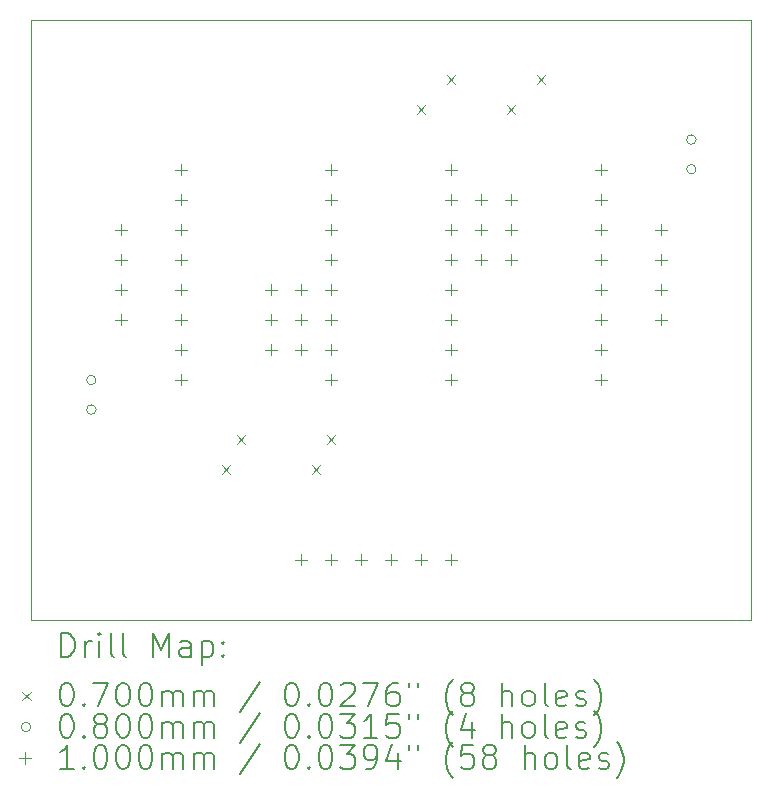
<source format=gbr>
%FSLAX45Y45*%
G04 Gerber Fmt 4.5, Leading zero omitted, Abs format (unit mm)*
G04 Created by KiCad (PCBNEW (6.0.2)) date 2025-01-10 20:49:51*
%MOMM*%
%LPD*%
G01*
G04 APERTURE LIST*
%TA.AperFunction,Profile*%
%ADD10C,0.100000*%
%TD*%
%ADD11C,0.200000*%
%ADD12C,0.070000*%
%ADD13C,0.080000*%
%ADD14C,0.100000*%
G04 APERTURE END LIST*
D10*
X16510000Y-8636000D02*
X10414000Y-8636000D01*
X10414000Y-8636000D02*
X10414000Y-13716000D01*
X10414000Y-13716000D02*
X16510000Y-13716000D01*
X16510000Y-13716000D02*
X16510000Y-8636000D01*
D11*
D12*
X12030000Y-12411000D02*
X12100000Y-12481000D01*
X12100000Y-12411000D02*
X12030000Y-12481000D01*
X12157000Y-12157000D02*
X12227000Y-12227000D01*
X12227000Y-12157000D02*
X12157000Y-12227000D01*
X12792000Y-12411000D02*
X12862000Y-12481000D01*
X12862000Y-12411000D02*
X12792000Y-12481000D01*
X12919000Y-12157000D02*
X12989000Y-12227000D01*
X12989000Y-12157000D02*
X12919000Y-12227000D01*
X13681000Y-9363000D02*
X13751000Y-9433000D01*
X13751000Y-9363000D02*
X13681000Y-9433000D01*
X13935000Y-9109000D02*
X14005000Y-9179000D01*
X14005000Y-9109000D02*
X13935000Y-9179000D01*
X14443000Y-9363000D02*
X14513000Y-9433000D01*
X14513000Y-9363000D02*
X14443000Y-9433000D01*
X14697000Y-9109000D02*
X14767000Y-9179000D01*
X14767000Y-9109000D02*
X14697000Y-9179000D01*
D13*
X10962000Y-11688000D02*
G75*
G03*
X10962000Y-11688000I-40000J0D01*
G01*
X10962000Y-11938000D02*
G75*
G03*
X10962000Y-11938000I-40000J0D01*
G01*
X16042000Y-9652000D02*
G75*
G03*
X16042000Y-9652000I-40000J0D01*
G01*
X16042000Y-9902000D02*
G75*
G03*
X16042000Y-9902000I-40000J0D01*
G01*
D14*
X11176000Y-10364000D02*
X11176000Y-10464000D01*
X11126000Y-10414000D02*
X11226000Y-10414000D01*
X11176000Y-10618000D02*
X11176000Y-10718000D01*
X11126000Y-10668000D02*
X11226000Y-10668000D01*
X11176000Y-10872000D02*
X11176000Y-10972000D01*
X11126000Y-10922000D02*
X11226000Y-10922000D01*
X11176000Y-11126000D02*
X11176000Y-11226000D01*
X11126000Y-11176000D02*
X11226000Y-11176000D01*
X11684000Y-9856000D02*
X11684000Y-9956000D01*
X11634000Y-9906000D02*
X11734000Y-9906000D01*
X11684000Y-10110000D02*
X11684000Y-10210000D01*
X11634000Y-10160000D02*
X11734000Y-10160000D01*
X11684000Y-10364000D02*
X11684000Y-10464000D01*
X11634000Y-10414000D02*
X11734000Y-10414000D01*
X11684000Y-10618000D02*
X11684000Y-10718000D01*
X11634000Y-10668000D02*
X11734000Y-10668000D01*
X11684000Y-10872000D02*
X11684000Y-10972000D01*
X11634000Y-10922000D02*
X11734000Y-10922000D01*
X11684000Y-11126000D02*
X11684000Y-11226000D01*
X11634000Y-11176000D02*
X11734000Y-11176000D01*
X11684000Y-11380000D02*
X11684000Y-11480000D01*
X11634000Y-11430000D02*
X11734000Y-11430000D01*
X11684000Y-11634000D02*
X11684000Y-11734000D01*
X11634000Y-11684000D02*
X11734000Y-11684000D01*
X12446000Y-10872000D02*
X12446000Y-10972000D01*
X12396000Y-10922000D02*
X12496000Y-10922000D01*
X12446000Y-11126000D02*
X12446000Y-11226000D01*
X12396000Y-11176000D02*
X12496000Y-11176000D01*
X12446000Y-11380000D02*
X12446000Y-11480000D01*
X12396000Y-11430000D02*
X12496000Y-11430000D01*
X12700000Y-10872000D02*
X12700000Y-10972000D01*
X12650000Y-10922000D02*
X12750000Y-10922000D01*
X12700000Y-11126000D02*
X12700000Y-11226000D01*
X12650000Y-11176000D02*
X12750000Y-11176000D01*
X12700000Y-11380000D02*
X12700000Y-11480000D01*
X12650000Y-11430000D02*
X12750000Y-11430000D01*
X12700000Y-13158000D02*
X12700000Y-13258000D01*
X12650000Y-13208000D02*
X12750000Y-13208000D01*
X12954000Y-9856000D02*
X12954000Y-9956000D01*
X12904000Y-9906000D02*
X13004000Y-9906000D01*
X12954000Y-10110000D02*
X12954000Y-10210000D01*
X12904000Y-10160000D02*
X13004000Y-10160000D01*
X12954000Y-10364000D02*
X12954000Y-10464000D01*
X12904000Y-10414000D02*
X13004000Y-10414000D01*
X12954000Y-10618000D02*
X12954000Y-10718000D01*
X12904000Y-10668000D02*
X13004000Y-10668000D01*
X12954000Y-10872000D02*
X12954000Y-10972000D01*
X12904000Y-10922000D02*
X13004000Y-10922000D01*
X12954000Y-11126000D02*
X12954000Y-11226000D01*
X12904000Y-11176000D02*
X13004000Y-11176000D01*
X12954000Y-11380000D02*
X12954000Y-11480000D01*
X12904000Y-11430000D02*
X13004000Y-11430000D01*
X12954000Y-11634000D02*
X12954000Y-11734000D01*
X12904000Y-11684000D02*
X13004000Y-11684000D01*
X12954000Y-13158000D02*
X12954000Y-13258000D01*
X12904000Y-13208000D02*
X13004000Y-13208000D01*
X13208000Y-13158000D02*
X13208000Y-13258000D01*
X13158000Y-13208000D02*
X13258000Y-13208000D01*
X13462000Y-13158000D02*
X13462000Y-13258000D01*
X13412000Y-13208000D02*
X13512000Y-13208000D01*
X13716000Y-13158000D02*
X13716000Y-13258000D01*
X13666000Y-13208000D02*
X13766000Y-13208000D01*
X13970000Y-9856000D02*
X13970000Y-9956000D01*
X13920000Y-9906000D02*
X14020000Y-9906000D01*
X13970000Y-10110000D02*
X13970000Y-10210000D01*
X13920000Y-10160000D02*
X14020000Y-10160000D01*
X13970000Y-10364000D02*
X13970000Y-10464000D01*
X13920000Y-10414000D02*
X14020000Y-10414000D01*
X13970000Y-10618000D02*
X13970000Y-10718000D01*
X13920000Y-10668000D02*
X14020000Y-10668000D01*
X13970000Y-10872000D02*
X13970000Y-10972000D01*
X13920000Y-10922000D02*
X14020000Y-10922000D01*
X13970000Y-11126000D02*
X13970000Y-11226000D01*
X13920000Y-11176000D02*
X14020000Y-11176000D01*
X13970000Y-11380000D02*
X13970000Y-11480000D01*
X13920000Y-11430000D02*
X14020000Y-11430000D01*
X13970000Y-11634000D02*
X13970000Y-11734000D01*
X13920000Y-11684000D02*
X14020000Y-11684000D01*
X13970000Y-13158000D02*
X13970000Y-13258000D01*
X13920000Y-13208000D02*
X14020000Y-13208000D01*
X14224000Y-10110000D02*
X14224000Y-10210000D01*
X14174000Y-10160000D02*
X14274000Y-10160000D01*
X14224000Y-10364000D02*
X14224000Y-10464000D01*
X14174000Y-10414000D02*
X14274000Y-10414000D01*
X14224000Y-10618000D02*
X14224000Y-10718000D01*
X14174000Y-10668000D02*
X14274000Y-10668000D01*
X14478000Y-10110000D02*
X14478000Y-10210000D01*
X14428000Y-10160000D02*
X14528000Y-10160000D01*
X14478000Y-10364000D02*
X14478000Y-10464000D01*
X14428000Y-10414000D02*
X14528000Y-10414000D01*
X14478000Y-10618000D02*
X14478000Y-10718000D01*
X14428000Y-10668000D02*
X14528000Y-10668000D01*
X15240000Y-9856000D02*
X15240000Y-9956000D01*
X15190000Y-9906000D02*
X15290000Y-9906000D01*
X15240000Y-10110000D02*
X15240000Y-10210000D01*
X15190000Y-10160000D02*
X15290000Y-10160000D01*
X15240000Y-10364000D02*
X15240000Y-10464000D01*
X15190000Y-10414000D02*
X15290000Y-10414000D01*
X15240000Y-10618000D02*
X15240000Y-10718000D01*
X15190000Y-10668000D02*
X15290000Y-10668000D01*
X15240000Y-10872000D02*
X15240000Y-10972000D01*
X15190000Y-10922000D02*
X15290000Y-10922000D01*
X15240000Y-11126000D02*
X15240000Y-11226000D01*
X15190000Y-11176000D02*
X15290000Y-11176000D01*
X15240000Y-11380000D02*
X15240000Y-11480000D01*
X15190000Y-11430000D02*
X15290000Y-11430000D01*
X15240000Y-11634000D02*
X15240000Y-11734000D01*
X15190000Y-11684000D02*
X15290000Y-11684000D01*
X15748000Y-10364000D02*
X15748000Y-10464000D01*
X15698000Y-10414000D02*
X15798000Y-10414000D01*
X15748000Y-10618000D02*
X15748000Y-10718000D01*
X15698000Y-10668000D02*
X15798000Y-10668000D01*
X15748000Y-10872000D02*
X15748000Y-10972000D01*
X15698000Y-10922000D02*
X15798000Y-10922000D01*
X15748000Y-11126000D02*
X15748000Y-11226000D01*
X15698000Y-11176000D02*
X15798000Y-11176000D01*
D11*
X10666619Y-14031476D02*
X10666619Y-13831476D01*
X10714238Y-13831476D01*
X10742810Y-13841000D01*
X10761857Y-13860048D01*
X10771381Y-13879095D01*
X10780905Y-13917190D01*
X10780905Y-13945762D01*
X10771381Y-13983857D01*
X10761857Y-14002905D01*
X10742810Y-14021952D01*
X10714238Y-14031476D01*
X10666619Y-14031476D01*
X10866619Y-14031476D02*
X10866619Y-13898143D01*
X10866619Y-13936238D02*
X10876143Y-13917190D01*
X10885667Y-13907667D01*
X10904714Y-13898143D01*
X10923762Y-13898143D01*
X10990429Y-14031476D02*
X10990429Y-13898143D01*
X10990429Y-13831476D02*
X10980905Y-13841000D01*
X10990429Y-13850524D01*
X10999952Y-13841000D01*
X10990429Y-13831476D01*
X10990429Y-13850524D01*
X11114238Y-14031476D02*
X11095190Y-14021952D01*
X11085667Y-14002905D01*
X11085667Y-13831476D01*
X11219000Y-14031476D02*
X11199952Y-14021952D01*
X11190428Y-14002905D01*
X11190428Y-13831476D01*
X11447571Y-14031476D02*
X11447571Y-13831476D01*
X11514238Y-13974333D01*
X11580905Y-13831476D01*
X11580905Y-14031476D01*
X11761857Y-14031476D02*
X11761857Y-13926714D01*
X11752333Y-13907667D01*
X11733286Y-13898143D01*
X11695190Y-13898143D01*
X11676143Y-13907667D01*
X11761857Y-14021952D02*
X11742809Y-14031476D01*
X11695190Y-14031476D01*
X11676143Y-14021952D01*
X11666619Y-14002905D01*
X11666619Y-13983857D01*
X11676143Y-13964809D01*
X11695190Y-13955286D01*
X11742809Y-13955286D01*
X11761857Y-13945762D01*
X11857095Y-13898143D02*
X11857095Y-14098143D01*
X11857095Y-13907667D02*
X11876143Y-13898143D01*
X11914238Y-13898143D01*
X11933286Y-13907667D01*
X11942809Y-13917190D01*
X11952333Y-13936238D01*
X11952333Y-13993381D01*
X11942809Y-14012428D01*
X11933286Y-14021952D01*
X11914238Y-14031476D01*
X11876143Y-14031476D01*
X11857095Y-14021952D01*
X12038048Y-14012428D02*
X12047571Y-14021952D01*
X12038048Y-14031476D01*
X12028524Y-14021952D01*
X12038048Y-14012428D01*
X12038048Y-14031476D01*
X12038048Y-13907667D02*
X12047571Y-13917190D01*
X12038048Y-13926714D01*
X12028524Y-13917190D01*
X12038048Y-13907667D01*
X12038048Y-13926714D01*
D12*
X10339000Y-14326000D02*
X10409000Y-14396000D01*
X10409000Y-14326000D02*
X10339000Y-14396000D01*
D11*
X10704714Y-14251476D02*
X10723762Y-14251476D01*
X10742810Y-14261000D01*
X10752333Y-14270524D01*
X10761857Y-14289571D01*
X10771381Y-14327667D01*
X10771381Y-14375286D01*
X10761857Y-14413381D01*
X10752333Y-14432428D01*
X10742810Y-14441952D01*
X10723762Y-14451476D01*
X10704714Y-14451476D01*
X10685667Y-14441952D01*
X10676143Y-14432428D01*
X10666619Y-14413381D01*
X10657095Y-14375286D01*
X10657095Y-14327667D01*
X10666619Y-14289571D01*
X10676143Y-14270524D01*
X10685667Y-14261000D01*
X10704714Y-14251476D01*
X10857095Y-14432428D02*
X10866619Y-14441952D01*
X10857095Y-14451476D01*
X10847571Y-14441952D01*
X10857095Y-14432428D01*
X10857095Y-14451476D01*
X10933286Y-14251476D02*
X11066619Y-14251476D01*
X10980905Y-14451476D01*
X11180905Y-14251476D02*
X11199952Y-14251476D01*
X11219000Y-14261000D01*
X11228524Y-14270524D01*
X11238048Y-14289571D01*
X11247571Y-14327667D01*
X11247571Y-14375286D01*
X11238048Y-14413381D01*
X11228524Y-14432428D01*
X11219000Y-14441952D01*
X11199952Y-14451476D01*
X11180905Y-14451476D01*
X11161857Y-14441952D01*
X11152333Y-14432428D01*
X11142810Y-14413381D01*
X11133286Y-14375286D01*
X11133286Y-14327667D01*
X11142810Y-14289571D01*
X11152333Y-14270524D01*
X11161857Y-14261000D01*
X11180905Y-14251476D01*
X11371381Y-14251476D02*
X11390428Y-14251476D01*
X11409476Y-14261000D01*
X11419000Y-14270524D01*
X11428524Y-14289571D01*
X11438048Y-14327667D01*
X11438048Y-14375286D01*
X11428524Y-14413381D01*
X11419000Y-14432428D01*
X11409476Y-14441952D01*
X11390428Y-14451476D01*
X11371381Y-14451476D01*
X11352333Y-14441952D01*
X11342809Y-14432428D01*
X11333286Y-14413381D01*
X11323762Y-14375286D01*
X11323762Y-14327667D01*
X11333286Y-14289571D01*
X11342809Y-14270524D01*
X11352333Y-14261000D01*
X11371381Y-14251476D01*
X11523762Y-14451476D02*
X11523762Y-14318143D01*
X11523762Y-14337190D02*
X11533286Y-14327667D01*
X11552333Y-14318143D01*
X11580905Y-14318143D01*
X11599952Y-14327667D01*
X11609476Y-14346714D01*
X11609476Y-14451476D01*
X11609476Y-14346714D02*
X11619000Y-14327667D01*
X11638048Y-14318143D01*
X11666619Y-14318143D01*
X11685667Y-14327667D01*
X11695190Y-14346714D01*
X11695190Y-14451476D01*
X11790428Y-14451476D02*
X11790428Y-14318143D01*
X11790428Y-14337190D02*
X11799952Y-14327667D01*
X11819000Y-14318143D01*
X11847571Y-14318143D01*
X11866619Y-14327667D01*
X11876143Y-14346714D01*
X11876143Y-14451476D01*
X11876143Y-14346714D02*
X11885667Y-14327667D01*
X11904714Y-14318143D01*
X11933286Y-14318143D01*
X11952333Y-14327667D01*
X11961857Y-14346714D01*
X11961857Y-14451476D01*
X12352333Y-14241952D02*
X12180905Y-14499095D01*
X12609476Y-14251476D02*
X12628524Y-14251476D01*
X12647571Y-14261000D01*
X12657095Y-14270524D01*
X12666619Y-14289571D01*
X12676143Y-14327667D01*
X12676143Y-14375286D01*
X12666619Y-14413381D01*
X12657095Y-14432428D01*
X12647571Y-14441952D01*
X12628524Y-14451476D01*
X12609476Y-14451476D01*
X12590428Y-14441952D01*
X12580905Y-14432428D01*
X12571381Y-14413381D01*
X12561857Y-14375286D01*
X12561857Y-14327667D01*
X12571381Y-14289571D01*
X12580905Y-14270524D01*
X12590428Y-14261000D01*
X12609476Y-14251476D01*
X12761857Y-14432428D02*
X12771381Y-14441952D01*
X12761857Y-14451476D01*
X12752333Y-14441952D01*
X12761857Y-14432428D01*
X12761857Y-14451476D01*
X12895190Y-14251476D02*
X12914238Y-14251476D01*
X12933286Y-14261000D01*
X12942809Y-14270524D01*
X12952333Y-14289571D01*
X12961857Y-14327667D01*
X12961857Y-14375286D01*
X12952333Y-14413381D01*
X12942809Y-14432428D01*
X12933286Y-14441952D01*
X12914238Y-14451476D01*
X12895190Y-14451476D01*
X12876143Y-14441952D01*
X12866619Y-14432428D01*
X12857095Y-14413381D01*
X12847571Y-14375286D01*
X12847571Y-14327667D01*
X12857095Y-14289571D01*
X12866619Y-14270524D01*
X12876143Y-14261000D01*
X12895190Y-14251476D01*
X13038048Y-14270524D02*
X13047571Y-14261000D01*
X13066619Y-14251476D01*
X13114238Y-14251476D01*
X13133286Y-14261000D01*
X13142809Y-14270524D01*
X13152333Y-14289571D01*
X13152333Y-14308619D01*
X13142809Y-14337190D01*
X13028524Y-14451476D01*
X13152333Y-14451476D01*
X13219000Y-14251476D02*
X13352333Y-14251476D01*
X13266619Y-14451476D01*
X13514238Y-14251476D02*
X13476143Y-14251476D01*
X13457095Y-14261000D01*
X13447571Y-14270524D01*
X13428524Y-14299095D01*
X13419000Y-14337190D01*
X13419000Y-14413381D01*
X13428524Y-14432428D01*
X13438048Y-14441952D01*
X13457095Y-14451476D01*
X13495190Y-14451476D01*
X13514238Y-14441952D01*
X13523762Y-14432428D01*
X13533286Y-14413381D01*
X13533286Y-14365762D01*
X13523762Y-14346714D01*
X13514238Y-14337190D01*
X13495190Y-14327667D01*
X13457095Y-14327667D01*
X13438048Y-14337190D01*
X13428524Y-14346714D01*
X13419000Y-14365762D01*
X13609476Y-14251476D02*
X13609476Y-14289571D01*
X13685667Y-14251476D02*
X13685667Y-14289571D01*
X13980905Y-14527667D02*
X13971381Y-14518143D01*
X13952333Y-14489571D01*
X13942809Y-14470524D01*
X13933286Y-14441952D01*
X13923762Y-14394333D01*
X13923762Y-14356238D01*
X13933286Y-14308619D01*
X13942809Y-14280048D01*
X13952333Y-14261000D01*
X13971381Y-14232428D01*
X13980905Y-14222905D01*
X14085667Y-14337190D02*
X14066619Y-14327667D01*
X14057095Y-14318143D01*
X14047571Y-14299095D01*
X14047571Y-14289571D01*
X14057095Y-14270524D01*
X14066619Y-14261000D01*
X14085667Y-14251476D01*
X14123762Y-14251476D01*
X14142809Y-14261000D01*
X14152333Y-14270524D01*
X14161857Y-14289571D01*
X14161857Y-14299095D01*
X14152333Y-14318143D01*
X14142809Y-14327667D01*
X14123762Y-14337190D01*
X14085667Y-14337190D01*
X14066619Y-14346714D01*
X14057095Y-14356238D01*
X14047571Y-14375286D01*
X14047571Y-14413381D01*
X14057095Y-14432428D01*
X14066619Y-14441952D01*
X14085667Y-14451476D01*
X14123762Y-14451476D01*
X14142809Y-14441952D01*
X14152333Y-14432428D01*
X14161857Y-14413381D01*
X14161857Y-14375286D01*
X14152333Y-14356238D01*
X14142809Y-14346714D01*
X14123762Y-14337190D01*
X14399952Y-14451476D02*
X14399952Y-14251476D01*
X14485667Y-14451476D02*
X14485667Y-14346714D01*
X14476143Y-14327667D01*
X14457095Y-14318143D01*
X14428524Y-14318143D01*
X14409476Y-14327667D01*
X14399952Y-14337190D01*
X14609476Y-14451476D02*
X14590428Y-14441952D01*
X14580905Y-14432428D01*
X14571381Y-14413381D01*
X14571381Y-14356238D01*
X14580905Y-14337190D01*
X14590428Y-14327667D01*
X14609476Y-14318143D01*
X14638048Y-14318143D01*
X14657095Y-14327667D01*
X14666619Y-14337190D01*
X14676143Y-14356238D01*
X14676143Y-14413381D01*
X14666619Y-14432428D01*
X14657095Y-14441952D01*
X14638048Y-14451476D01*
X14609476Y-14451476D01*
X14790428Y-14451476D02*
X14771381Y-14441952D01*
X14761857Y-14422905D01*
X14761857Y-14251476D01*
X14942809Y-14441952D02*
X14923762Y-14451476D01*
X14885667Y-14451476D01*
X14866619Y-14441952D01*
X14857095Y-14422905D01*
X14857095Y-14346714D01*
X14866619Y-14327667D01*
X14885667Y-14318143D01*
X14923762Y-14318143D01*
X14942809Y-14327667D01*
X14952333Y-14346714D01*
X14952333Y-14365762D01*
X14857095Y-14384809D01*
X15028524Y-14441952D02*
X15047571Y-14451476D01*
X15085667Y-14451476D01*
X15104714Y-14441952D01*
X15114238Y-14422905D01*
X15114238Y-14413381D01*
X15104714Y-14394333D01*
X15085667Y-14384809D01*
X15057095Y-14384809D01*
X15038048Y-14375286D01*
X15028524Y-14356238D01*
X15028524Y-14346714D01*
X15038048Y-14327667D01*
X15057095Y-14318143D01*
X15085667Y-14318143D01*
X15104714Y-14327667D01*
X15180905Y-14527667D02*
X15190428Y-14518143D01*
X15209476Y-14489571D01*
X15219000Y-14470524D01*
X15228524Y-14441952D01*
X15238048Y-14394333D01*
X15238048Y-14356238D01*
X15228524Y-14308619D01*
X15219000Y-14280048D01*
X15209476Y-14261000D01*
X15190428Y-14232428D01*
X15180905Y-14222905D01*
D13*
X10409000Y-14625000D02*
G75*
G03*
X10409000Y-14625000I-40000J0D01*
G01*
D11*
X10704714Y-14515476D02*
X10723762Y-14515476D01*
X10742810Y-14525000D01*
X10752333Y-14534524D01*
X10761857Y-14553571D01*
X10771381Y-14591667D01*
X10771381Y-14639286D01*
X10761857Y-14677381D01*
X10752333Y-14696428D01*
X10742810Y-14705952D01*
X10723762Y-14715476D01*
X10704714Y-14715476D01*
X10685667Y-14705952D01*
X10676143Y-14696428D01*
X10666619Y-14677381D01*
X10657095Y-14639286D01*
X10657095Y-14591667D01*
X10666619Y-14553571D01*
X10676143Y-14534524D01*
X10685667Y-14525000D01*
X10704714Y-14515476D01*
X10857095Y-14696428D02*
X10866619Y-14705952D01*
X10857095Y-14715476D01*
X10847571Y-14705952D01*
X10857095Y-14696428D01*
X10857095Y-14715476D01*
X10980905Y-14601190D02*
X10961857Y-14591667D01*
X10952333Y-14582143D01*
X10942810Y-14563095D01*
X10942810Y-14553571D01*
X10952333Y-14534524D01*
X10961857Y-14525000D01*
X10980905Y-14515476D01*
X11019000Y-14515476D01*
X11038048Y-14525000D01*
X11047571Y-14534524D01*
X11057095Y-14553571D01*
X11057095Y-14563095D01*
X11047571Y-14582143D01*
X11038048Y-14591667D01*
X11019000Y-14601190D01*
X10980905Y-14601190D01*
X10961857Y-14610714D01*
X10952333Y-14620238D01*
X10942810Y-14639286D01*
X10942810Y-14677381D01*
X10952333Y-14696428D01*
X10961857Y-14705952D01*
X10980905Y-14715476D01*
X11019000Y-14715476D01*
X11038048Y-14705952D01*
X11047571Y-14696428D01*
X11057095Y-14677381D01*
X11057095Y-14639286D01*
X11047571Y-14620238D01*
X11038048Y-14610714D01*
X11019000Y-14601190D01*
X11180905Y-14515476D02*
X11199952Y-14515476D01*
X11219000Y-14525000D01*
X11228524Y-14534524D01*
X11238048Y-14553571D01*
X11247571Y-14591667D01*
X11247571Y-14639286D01*
X11238048Y-14677381D01*
X11228524Y-14696428D01*
X11219000Y-14705952D01*
X11199952Y-14715476D01*
X11180905Y-14715476D01*
X11161857Y-14705952D01*
X11152333Y-14696428D01*
X11142810Y-14677381D01*
X11133286Y-14639286D01*
X11133286Y-14591667D01*
X11142810Y-14553571D01*
X11152333Y-14534524D01*
X11161857Y-14525000D01*
X11180905Y-14515476D01*
X11371381Y-14515476D02*
X11390428Y-14515476D01*
X11409476Y-14525000D01*
X11419000Y-14534524D01*
X11428524Y-14553571D01*
X11438048Y-14591667D01*
X11438048Y-14639286D01*
X11428524Y-14677381D01*
X11419000Y-14696428D01*
X11409476Y-14705952D01*
X11390428Y-14715476D01*
X11371381Y-14715476D01*
X11352333Y-14705952D01*
X11342809Y-14696428D01*
X11333286Y-14677381D01*
X11323762Y-14639286D01*
X11323762Y-14591667D01*
X11333286Y-14553571D01*
X11342809Y-14534524D01*
X11352333Y-14525000D01*
X11371381Y-14515476D01*
X11523762Y-14715476D02*
X11523762Y-14582143D01*
X11523762Y-14601190D02*
X11533286Y-14591667D01*
X11552333Y-14582143D01*
X11580905Y-14582143D01*
X11599952Y-14591667D01*
X11609476Y-14610714D01*
X11609476Y-14715476D01*
X11609476Y-14610714D02*
X11619000Y-14591667D01*
X11638048Y-14582143D01*
X11666619Y-14582143D01*
X11685667Y-14591667D01*
X11695190Y-14610714D01*
X11695190Y-14715476D01*
X11790428Y-14715476D02*
X11790428Y-14582143D01*
X11790428Y-14601190D02*
X11799952Y-14591667D01*
X11819000Y-14582143D01*
X11847571Y-14582143D01*
X11866619Y-14591667D01*
X11876143Y-14610714D01*
X11876143Y-14715476D01*
X11876143Y-14610714D02*
X11885667Y-14591667D01*
X11904714Y-14582143D01*
X11933286Y-14582143D01*
X11952333Y-14591667D01*
X11961857Y-14610714D01*
X11961857Y-14715476D01*
X12352333Y-14505952D02*
X12180905Y-14763095D01*
X12609476Y-14515476D02*
X12628524Y-14515476D01*
X12647571Y-14525000D01*
X12657095Y-14534524D01*
X12666619Y-14553571D01*
X12676143Y-14591667D01*
X12676143Y-14639286D01*
X12666619Y-14677381D01*
X12657095Y-14696428D01*
X12647571Y-14705952D01*
X12628524Y-14715476D01*
X12609476Y-14715476D01*
X12590428Y-14705952D01*
X12580905Y-14696428D01*
X12571381Y-14677381D01*
X12561857Y-14639286D01*
X12561857Y-14591667D01*
X12571381Y-14553571D01*
X12580905Y-14534524D01*
X12590428Y-14525000D01*
X12609476Y-14515476D01*
X12761857Y-14696428D02*
X12771381Y-14705952D01*
X12761857Y-14715476D01*
X12752333Y-14705952D01*
X12761857Y-14696428D01*
X12761857Y-14715476D01*
X12895190Y-14515476D02*
X12914238Y-14515476D01*
X12933286Y-14525000D01*
X12942809Y-14534524D01*
X12952333Y-14553571D01*
X12961857Y-14591667D01*
X12961857Y-14639286D01*
X12952333Y-14677381D01*
X12942809Y-14696428D01*
X12933286Y-14705952D01*
X12914238Y-14715476D01*
X12895190Y-14715476D01*
X12876143Y-14705952D01*
X12866619Y-14696428D01*
X12857095Y-14677381D01*
X12847571Y-14639286D01*
X12847571Y-14591667D01*
X12857095Y-14553571D01*
X12866619Y-14534524D01*
X12876143Y-14525000D01*
X12895190Y-14515476D01*
X13028524Y-14515476D02*
X13152333Y-14515476D01*
X13085667Y-14591667D01*
X13114238Y-14591667D01*
X13133286Y-14601190D01*
X13142809Y-14610714D01*
X13152333Y-14629762D01*
X13152333Y-14677381D01*
X13142809Y-14696428D01*
X13133286Y-14705952D01*
X13114238Y-14715476D01*
X13057095Y-14715476D01*
X13038048Y-14705952D01*
X13028524Y-14696428D01*
X13342809Y-14715476D02*
X13228524Y-14715476D01*
X13285667Y-14715476D02*
X13285667Y-14515476D01*
X13266619Y-14544048D01*
X13247571Y-14563095D01*
X13228524Y-14572619D01*
X13523762Y-14515476D02*
X13428524Y-14515476D01*
X13419000Y-14610714D01*
X13428524Y-14601190D01*
X13447571Y-14591667D01*
X13495190Y-14591667D01*
X13514238Y-14601190D01*
X13523762Y-14610714D01*
X13533286Y-14629762D01*
X13533286Y-14677381D01*
X13523762Y-14696428D01*
X13514238Y-14705952D01*
X13495190Y-14715476D01*
X13447571Y-14715476D01*
X13428524Y-14705952D01*
X13419000Y-14696428D01*
X13609476Y-14515476D02*
X13609476Y-14553571D01*
X13685667Y-14515476D02*
X13685667Y-14553571D01*
X13980905Y-14791667D02*
X13971381Y-14782143D01*
X13952333Y-14753571D01*
X13942809Y-14734524D01*
X13933286Y-14705952D01*
X13923762Y-14658333D01*
X13923762Y-14620238D01*
X13933286Y-14572619D01*
X13942809Y-14544048D01*
X13952333Y-14525000D01*
X13971381Y-14496428D01*
X13980905Y-14486905D01*
X14142809Y-14582143D02*
X14142809Y-14715476D01*
X14095190Y-14505952D02*
X14047571Y-14648809D01*
X14171381Y-14648809D01*
X14399952Y-14715476D02*
X14399952Y-14515476D01*
X14485667Y-14715476D02*
X14485667Y-14610714D01*
X14476143Y-14591667D01*
X14457095Y-14582143D01*
X14428524Y-14582143D01*
X14409476Y-14591667D01*
X14399952Y-14601190D01*
X14609476Y-14715476D02*
X14590428Y-14705952D01*
X14580905Y-14696428D01*
X14571381Y-14677381D01*
X14571381Y-14620238D01*
X14580905Y-14601190D01*
X14590428Y-14591667D01*
X14609476Y-14582143D01*
X14638048Y-14582143D01*
X14657095Y-14591667D01*
X14666619Y-14601190D01*
X14676143Y-14620238D01*
X14676143Y-14677381D01*
X14666619Y-14696428D01*
X14657095Y-14705952D01*
X14638048Y-14715476D01*
X14609476Y-14715476D01*
X14790428Y-14715476D02*
X14771381Y-14705952D01*
X14761857Y-14686905D01*
X14761857Y-14515476D01*
X14942809Y-14705952D02*
X14923762Y-14715476D01*
X14885667Y-14715476D01*
X14866619Y-14705952D01*
X14857095Y-14686905D01*
X14857095Y-14610714D01*
X14866619Y-14591667D01*
X14885667Y-14582143D01*
X14923762Y-14582143D01*
X14942809Y-14591667D01*
X14952333Y-14610714D01*
X14952333Y-14629762D01*
X14857095Y-14648809D01*
X15028524Y-14705952D02*
X15047571Y-14715476D01*
X15085667Y-14715476D01*
X15104714Y-14705952D01*
X15114238Y-14686905D01*
X15114238Y-14677381D01*
X15104714Y-14658333D01*
X15085667Y-14648809D01*
X15057095Y-14648809D01*
X15038048Y-14639286D01*
X15028524Y-14620238D01*
X15028524Y-14610714D01*
X15038048Y-14591667D01*
X15057095Y-14582143D01*
X15085667Y-14582143D01*
X15104714Y-14591667D01*
X15180905Y-14791667D02*
X15190428Y-14782143D01*
X15209476Y-14753571D01*
X15219000Y-14734524D01*
X15228524Y-14705952D01*
X15238048Y-14658333D01*
X15238048Y-14620238D01*
X15228524Y-14572619D01*
X15219000Y-14544048D01*
X15209476Y-14525000D01*
X15190428Y-14496428D01*
X15180905Y-14486905D01*
D14*
X10359000Y-14839000D02*
X10359000Y-14939000D01*
X10309000Y-14889000D02*
X10409000Y-14889000D01*
D11*
X10771381Y-14979476D02*
X10657095Y-14979476D01*
X10714238Y-14979476D02*
X10714238Y-14779476D01*
X10695190Y-14808048D01*
X10676143Y-14827095D01*
X10657095Y-14836619D01*
X10857095Y-14960428D02*
X10866619Y-14969952D01*
X10857095Y-14979476D01*
X10847571Y-14969952D01*
X10857095Y-14960428D01*
X10857095Y-14979476D01*
X10990429Y-14779476D02*
X11009476Y-14779476D01*
X11028524Y-14789000D01*
X11038048Y-14798524D01*
X11047571Y-14817571D01*
X11057095Y-14855667D01*
X11057095Y-14903286D01*
X11047571Y-14941381D01*
X11038048Y-14960428D01*
X11028524Y-14969952D01*
X11009476Y-14979476D01*
X10990429Y-14979476D01*
X10971381Y-14969952D01*
X10961857Y-14960428D01*
X10952333Y-14941381D01*
X10942810Y-14903286D01*
X10942810Y-14855667D01*
X10952333Y-14817571D01*
X10961857Y-14798524D01*
X10971381Y-14789000D01*
X10990429Y-14779476D01*
X11180905Y-14779476D02*
X11199952Y-14779476D01*
X11219000Y-14789000D01*
X11228524Y-14798524D01*
X11238048Y-14817571D01*
X11247571Y-14855667D01*
X11247571Y-14903286D01*
X11238048Y-14941381D01*
X11228524Y-14960428D01*
X11219000Y-14969952D01*
X11199952Y-14979476D01*
X11180905Y-14979476D01*
X11161857Y-14969952D01*
X11152333Y-14960428D01*
X11142810Y-14941381D01*
X11133286Y-14903286D01*
X11133286Y-14855667D01*
X11142810Y-14817571D01*
X11152333Y-14798524D01*
X11161857Y-14789000D01*
X11180905Y-14779476D01*
X11371381Y-14779476D02*
X11390428Y-14779476D01*
X11409476Y-14789000D01*
X11419000Y-14798524D01*
X11428524Y-14817571D01*
X11438048Y-14855667D01*
X11438048Y-14903286D01*
X11428524Y-14941381D01*
X11419000Y-14960428D01*
X11409476Y-14969952D01*
X11390428Y-14979476D01*
X11371381Y-14979476D01*
X11352333Y-14969952D01*
X11342809Y-14960428D01*
X11333286Y-14941381D01*
X11323762Y-14903286D01*
X11323762Y-14855667D01*
X11333286Y-14817571D01*
X11342809Y-14798524D01*
X11352333Y-14789000D01*
X11371381Y-14779476D01*
X11523762Y-14979476D02*
X11523762Y-14846143D01*
X11523762Y-14865190D02*
X11533286Y-14855667D01*
X11552333Y-14846143D01*
X11580905Y-14846143D01*
X11599952Y-14855667D01*
X11609476Y-14874714D01*
X11609476Y-14979476D01*
X11609476Y-14874714D02*
X11619000Y-14855667D01*
X11638048Y-14846143D01*
X11666619Y-14846143D01*
X11685667Y-14855667D01*
X11695190Y-14874714D01*
X11695190Y-14979476D01*
X11790428Y-14979476D02*
X11790428Y-14846143D01*
X11790428Y-14865190D02*
X11799952Y-14855667D01*
X11819000Y-14846143D01*
X11847571Y-14846143D01*
X11866619Y-14855667D01*
X11876143Y-14874714D01*
X11876143Y-14979476D01*
X11876143Y-14874714D02*
X11885667Y-14855667D01*
X11904714Y-14846143D01*
X11933286Y-14846143D01*
X11952333Y-14855667D01*
X11961857Y-14874714D01*
X11961857Y-14979476D01*
X12352333Y-14769952D02*
X12180905Y-15027095D01*
X12609476Y-14779476D02*
X12628524Y-14779476D01*
X12647571Y-14789000D01*
X12657095Y-14798524D01*
X12666619Y-14817571D01*
X12676143Y-14855667D01*
X12676143Y-14903286D01*
X12666619Y-14941381D01*
X12657095Y-14960428D01*
X12647571Y-14969952D01*
X12628524Y-14979476D01*
X12609476Y-14979476D01*
X12590428Y-14969952D01*
X12580905Y-14960428D01*
X12571381Y-14941381D01*
X12561857Y-14903286D01*
X12561857Y-14855667D01*
X12571381Y-14817571D01*
X12580905Y-14798524D01*
X12590428Y-14789000D01*
X12609476Y-14779476D01*
X12761857Y-14960428D02*
X12771381Y-14969952D01*
X12761857Y-14979476D01*
X12752333Y-14969952D01*
X12761857Y-14960428D01*
X12761857Y-14979476D01*
X12895190Y-14779476D02*
X12914238Y-14779476D01*
X12933286Y-14789000D01*
X12942809Y-14798524D01*
X12952333Y-14817571D01*
X12961857Y-14855667D01*
X12961857Y-14903286D01*
X12952333Y-14941381D01*
X12942809Y-14960428D01*
X12933286Y-14969952D01*
X12914238Y-14979476D01*
X12895190Y-14979476D01*
X12876143Y-14969952D01*
X12866619Y-14960428D01*
X12857095Y-14941381D01*
X12847571Y-14903286D01*
X12847571Y-14855667D01*
X12857095Y-14817571D01*
X12866619Y-14798524D01*
X12876143Y-14789000D01*
X12895190Y-14779476D01*
X13028524Y-14779476D02*
X13152333Y-14779476D01*
X13085667Y-14855667D01*
X13114238Y-14855667D01*
X13133286Y-14865190D01*
X13142809Y-14874714D01*
X13152333Y-14893762D01*
X13152333Y-14941381D01*
X13142809Y-14960428D01*
X13133286Y-14969952D01*
X13114238Y-14979476D01*
X13057095Y-14979476D01*
X13038048Y-14969952D01*
X13028524Y-14960428D01*
X13247571Y-14979476D02*
X13285667Y-14979476D01*
X13304714Y-14969952D01*
X13314238Y-14960428D01*
X13333286Y-14931857D01*
X13342809Y-14893762D01*
X13342809Y-14817571D01*
X13333286Y-14798524D01*
X13323762Y-14789000D01*
X13304714Y-14779476D01*
X13266619Y-14779476D01*
X13247571Y-14789000D01*
X13238048Y-14798524D01*
X13228524Y-14817571D01*
X13228524Y-14865190D01*
X13238048Y-14884238D01*
X13247571Y-14893762D01*
X13266619Y-14903286D01*
X13304714Y-14903286D01*
X13323762Y-14893762D01*
X13333286Y-14884238D01*
X13342809Y-14865190D01*
X13514238Y-14846143D02*
X13514238Y-14979476D01*
X13466619Y-14769952D02*
X13419000Y-14912809D01*
X13542809Y-14912809D01*
X13609476Y-14779476D02*
X13609476Y-14817571D01*
X13685667Y-14779476D02*
X13685667Y-14817571D01*
X13980905Y-15055667D02*
X13971381Y-15046143D01*
X13952333Y-15017571D01*
X13942809Y-14998524D01*
X13933286Y-14969952D01*
X13923762Y-14922333D01*
X13923762Y-14884238D01*
X13933286Y-14836619D01*
X13942809Y-14808048D01*
X13952333Y-14789000D01*
X13971381Y-14760428D01*
X13980905Y-14750905D01*
X14152333Y-14779476D02*
X14057095Y-14779476D01*
X14047571Y-14874714D01*
X14057095Y-14865190D01*
X14076143Y-14855667D01*
X14123762Y-14855667D01*
X14142809Y-14865190D01*
X14152333Y-14874714D01*
X14161857Y-14893762D01*
X14161857Y-14941381D01*
X14152333Y-14960428D01*
X14142809Y-14969952D01*
X14123762Y-14979476D01*
X14076143Y-14979476D01*
X14057095Y-14969952D01*
X14047571Y-14960428D01*
X14276143Y-14865190D02*
X14257095Y-14855667D01*
X14247571Y-14846143D01*
X14238048Y-14827095D01*
X14238048Y-14817571D01*
X14247571Y-14798524D01*
X14257095Y-14789000D01*
X14276143Y-14779476D01*
X14314238Y-14779476D01*
X14333286Y-14789000D01*
X14342809Y-14798524D01*
X14352333Y-14817571D01*
X14352333Y-14827095D01*
X14342809Y-14846143D01*
X14333286Y-14855667D01*
X14314238Y-14865190D01*
X14276143Y-14865190D01*
X14257095Y-14874714D01*
X14247571Y-14884238D01*
X14238048Y-14903286D01*
X14238048Y-14941381D01*
X14247571Y-14960428D01*
X14257095Y-14969952D01*
X14276143Y-14979476D01*
X14314238Y-14979476D01*
X14333286Y-14969952D01*
X14342809Y-14960428D01*
X14352333Y-14941381D01*
X14352333Y-14903286D01*
X14342809Y-14884238D01*
X14333286Y-14874714D01*
X14314238Y-14865190D01*
X14590428Y-14979476D02*
X14590428Y-14779476D01*
X14676143Y-14979476D02*
X14676143Y-14874714D01*
X14666619Y-14855667D01*
X14647571Y-14846143D01*
X14619000Y-14846143D01*
X14599952Y-14855667D01*
X14590428Y-14865190D01*
X14799952Y-14979476D02*
X14780905Y-14969952D01*
X14771381Y-14960428D01*
X14761857Y-14941381D01*
X14761857Y-14884238D01*
X14771381Y-14865190D01*
X14780905Y-14855667D01*
X14799952Y-14846143D01*
X14828524Y-14846143D01*
X14847571Y-14855667D01*
X14857095Y-14865190D01*
X14866619Y-14884238D01*
X14866619Y-14941381D01*
X14857095Y-14960428D01*
X14847571Y-14969952D01*
X14828524Y-14979476D01*
X14799952Y-14979476D01*
X14980905Y-14979476D02*
X14961857Y-14969952D01*
X14952333Y-14950905D01*
X14952333Y-14779476D01*
X15133286Y-14969952D02*
X15114238Y-14979476D01*
X15076143Y-14979476D01*
X15057095Y-14969952D01*
X15047571Y-14950905D01*
X15047571Y-14874714D01*
X15057095Y-14855667D01*
X15076143Y-14846143D01*
X15114238Y-14846143D01*
X15133286Y-14855667D01*
X15142809Y-14874714D01*
X15142809Y-14893762D01*
X15047571Y-14912809D01*
X15219000Y-14969952D02*
X15238048Y-14979476D01*
X15276143Y-14979476D01*
X15295190Y-14969952D01*
X15304714Y-14950905D01*
X15304714Y-14941381D01*
X15295190Y-14922333D01*
X15276143Y-14912809D01*
X15247571Y-14912809D01*
X15228524Y-14903286D01*
X15219000Y-14884238D01*
X15219000Y-14874714D01*
X15228524Y-14855667D01*
X15247571Y-14846143D01*
X15276143Y-14846143D01*
X15295190Y-14855667D01*
X15371381Y-15055667D02*
X15380905Y-15046143D01*
X15399952Y-15017571D01*
X15409476Y-14998524D01*
X15419000Y-14969952D01*
X15428524Y-14922333D01*
X15428524Y-14884238D01*
X15419000Y-14836619D01*
X15409476Y-14808048D01*
X15399952Y-14789000D01*
X15380905Y-14760428D01*
X15371381Y-14750905D01*
M02*

</source>
